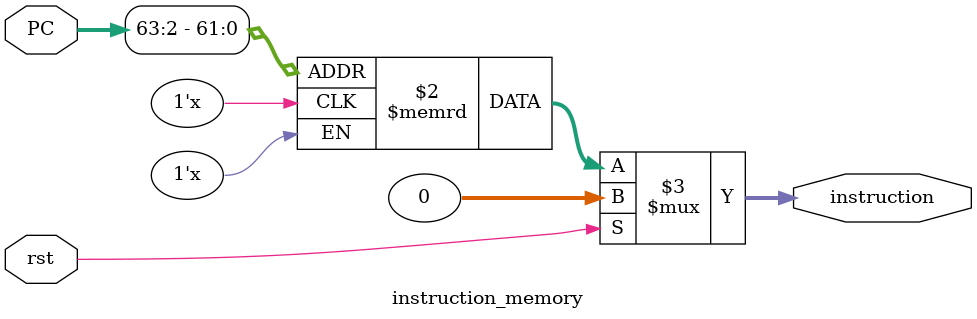
<source format=v>
module instruction_memory(
    input [63:0] PC,
    input rst,
    output [31:0] instruction
);

reg [31:0] IMEM [1023:0];

assign instruction = (rst == 1'b1) ? 32'h00000000 : IMEM[PC[63:2]];
endmodule
</source>
